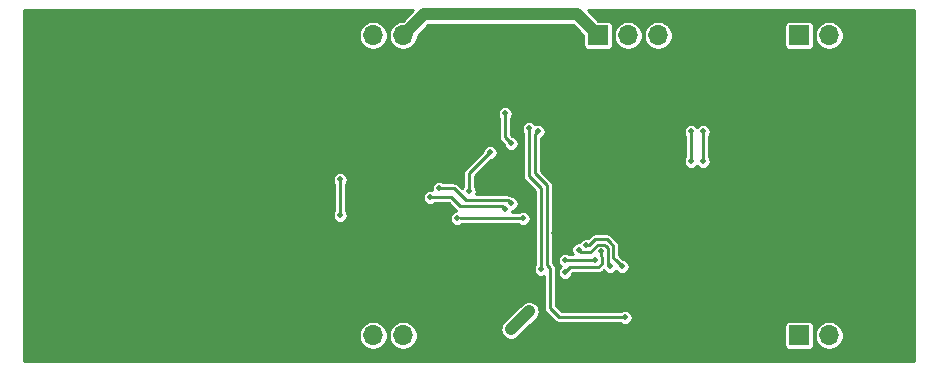
<source format=gbr>
G04 #@! TF.GenerationSoftware,KiCad,Pcbnew,5.1.5+dfsg1-2build2*
G04 #@! TF.CreationDate,2021-08-02T11:02:53-05:00*
G04 #@! TF.ProjectId,gpsdo,67707364-6f2e-46b6-9963-61645f706362,rev?*
G04 #@! TF.SameCoordinates,Original*
G04 #@! TF.FileFunction,Copper,L2,Bot*
G04 #@! TF.FilePolarity,Positive*
%FSLAX46Y46*%
G04 Gerber Fmt 4.6, Leading zero omitted, Abs format (unit mm)*
G04 Created by KiCad (PCBNEW 5.1.5+dfsg1-2build2) date 2021-08-02 11:02:53*
%MOMM*%
%LPD*%
G04 APERTURE LIST*
%ADD10O,1.700000X1.700000*%
%ADD11R,1.700000X1.700000*%
%ADD12R,0.950000X0.460000*%
%ADD13C,0.970000*%
%ADD14R,5.080000X2.420000*%
%ADD15C,0.800000*%
%ADD16C,0.508000*%
%ADD17C,1.016000*%
%ADD18C,0.254000*%
%ADD19C,0.250000*%
G04 APERTURE END LIST*
D10*
X82042000Y-27940000D03*
X79502000Y-27940000D03*
X76962000Y-27940000D03*
D11*
X74422000Y-27940000D03*
D10*
X99060000Y-27940000D03*
X96520000Y-27940000D03*
X93980000Y-27940000D03*
D11*
X91440000Y-27940000D03*
D10*
X99060000Y-53340000D03*
X96520000Y-53340000D03*
X93980000Y-53340000D03*
D11*
X91440000Y-53340000D03*
D10*
X57912000Y-53340000D03*
X55372000Y-53340000D03*
X52832000Y-53340000D03*
D11*
X50292000Y-53340000D03*
D10*
X57912000Y-27940000D03*
X55372000Y-27940000D03*
X52832000Y-27940000D03*
D11*
X50292000Y-27940000D03*
D12*
X95562000Y-35565000D03*
X95562000Y-44325000D03*
D13*
X95112000Y-35565000D03*
X95112000Y-44325000D03*
D14*
X98552000Y-35565000D03*
X98552000Y-44325000D03*
D15*
X70866000Y-44704000D03*
X72644000Y-50292000D03*
X74676000Y-50292000D03*
X73660000Y-50292000D03*
X36576000Y-44196000D03*
X37592000Y-44196000D03*
X37592000Y-43180000D03*
X36576000Y-43180000D03*
X33020000Y-40640000D03*
X34036000Y-40640000D03*
X34036000Y-45212000D03*
X35052000Y-45212000D03*
X33528000Y-38100000D03*
X42672000Y-35052000D03*
X42672000Y-36068000D03*
X60452000Y-36576000D03*
X59436000Y-36576000D03*
X92456000Y-33528000D03*
X93472000Y-33528000D03*
X76200000Y-31496000D03*
X77216000Y-31496000D03*
X87813229Y-38859633D03*
X87795928Y-41056777D03*
X77216000Y-53086000D03*
X70104000Y-28956000D03*
X66548000Y-28448000D03*
X67564000Y-28448000D03*
X65024000Y-28956000D03*
X70104000Y-34544000D03*
X65532000Y-34544000D03*
X65024000Y-53340000D03*
X73152000Y-36576000D03*
X74168000Y-36576000D03*
X57150000Y-46990000D03*
X62230000Y-46990000D03*
X53652068Y-46238601D03*
X58745200Y-46238601D03*
X63300289Y-37910543D03*
X52070000Y-47244000D03*
X48583396Y-46207299D03*
X53594000Y-36322000D03*
X57404000Y-36830000D03*
X84836000Y-52832000D03*
X84836000Y-51816000D03*
X92456000Y-49276000D03*
X92456000Y-50292000D03*
X89408000Y-43180000D03*
X81788000Y-45720000D03*
X75692000Y-44450000D03*
X77978000Y-45212000D03*
X84074000Y-44450000D03*
X59944000Y-30988000D03*
X67056000Y-52832000D03*
X68580000Y-51308000D03*
D16*
X66548000Y-34544000D03*
X67056000Y-37084000D03*
X62484000Y-43434000D03*
X68072000Y-43434000D03*
X63500000Y-41148000D03*
X65278000Y-37846000D03*
X52578000Y-43180000D03*
X52578000Y-40132000D03*
X71628000Y-46990000D03*
X74168000Y-46990000D03*
X82296000Y-36068000D03*
X82296000Y-38608000D03*
X71628000Y-48006000D03*
X74676000Y-46228000D03*
X83312000Y-36068000D03*
X83312000Y-38608000D03*
X60198000Y-41656000D03*
X66548000Y-42672000D03*
X72771000Y-46101000D03*
X75438000Y-47498000D03*
X67056000Y-42164000D03*
X60960000Y-40894000D03*
X73410000Y-45724000D03*
X76454000Y-47498000D03*
X68580000Y-35814000D03*
X69596000Y-47752000D03*
X69342000Y-36068000D03*
X76708000Y-51816000D03*
D17*
X67056000Y-52832000D02*
X68580000Y-51308000D01*
X73406000Y-26924000D02*
X74422000Y-27940000D01*
X72644000Y-26162000D02*
X73406000Y-26924000D01*
X59690000Y-26162000D02*
X72644000Y-26162000D01*
X57912000Y-27940000D02*
X59690000Y-26162000D01*
D18*
X66548000Y-36576000D02*
X67056000Y-37084000D01*
X66548000Y-34544000D02*
X66548000Y-36576000D01*
X67056000Y-43434000D02*
X67056000Y-43434000D01*
X67056000Y-43434000D02*
X67056000Y-43434000D01*
X62738000Y-43434000D02*
X67564000Y-43434000D01*
X67564000Y-43434000D02*
X68072000Y-43434000D01*
X63500000Y-41148000D02*
X63500000Y-39624000D01*
X63500000Y-39624000D02*
X65278000Y-37846000D01*
X65278000Y-37846000D02*
X65278000Y-37846000D01*
X52578000Y-43180000D02*
X52578000Y-40132000D01*
X52578000Y-40132000D02*
X52578000Y-40132000D01*
X71628000Y-46990000D02*
X73660000Y-46990000D01*
X73660000Y-46990000D02*
X73660000Y-46990000D01*
X73660000Y-46990000D02*
X74168000Y-46990000D01*
X82296000Y-36068000D02*
X82296000Y-38608000D01*
X82296000Y-38608000D02*
X82296000Y-38608000D01*
X74676000Y-46638118D02*
X74676000Y-46228000D01*
X74749001Y-46711119D02*
X74676000Y-46638118D01*
X74749001Y-47268881D02*
X74749001Y-46711119D01*
X74446881Y-47571001D02*
X74749001Y-47268881D01*
X72062999Y-47571001D02*
X74446881Y-47571001D01*
X71628000Y-48006000D02*
X72062999Y-47571001D01*
X83312000Y-36068000D02*
X83312000Y-38608000D01*
X83312000Y-38608000D02*
X83312000Y-38608000D01*
X61976000Y-41656000D02*
X62484000Y-42164000D01*
X60198000Y-41656000D02*
X61976000Y-41656000D01*
D19*
X62484000Y-42164000D02*
X62738000Y-42418000D01*
X66294001Y-42418001D02*
X66548000Y-42672000D01*
X62738000Y-42418000D02*
X66294001Y-42418001D01*
D18*
X74397119Y-45646999D02*
X74954881Y-45646999D01*
X73739117Y-46305001D02*
X74397119Y-45646999D01*
X72975001Y-46305001D02*
X73739117Y-46305001D01*
X72771000Y-46101000D02*
X72975001Y-46305001D01*
X74954881Y-45646999D02*
X75105941Y-45798059D01*
X75105941Y-45798059D02*
X75257001Y-45949119D01*
X75257001Y-45949119D02*
X75257001Y-46228000D01*
X75257001Y-46228000D02*
X75257001Y-47063001D01*
X75257001Y-47063001D02*
X75257001Y-47317001D01*
X75257001Y-47317001D02*
X75438000Y-47498000D01*
X75438000Y-47498000D02*
X75438000Y-47498000D01*
X62230000Y-40894000D02*
X62992000Y-41656000D01*
X60960000Y-40894000D02*
X62230000Y-40894000D01*
D19*
X62992000Y-41656000D02*
X63246000Y-41910000D01*
D18*
X66802001Y-41910001D02*
X67056000Y-42164000D01*
D19*
X63246000Y-41910000D02*
X66802001Y-41910001D01*
D18*
X73410000Y-45724000D02*
X73656000Y-45724000D01*
X75142938Y-45192989D02*
X75408891Y-45458942D01*
X74187011Y-45192989D02*
X75142938Y-45192989D01*
X73656000Y-45724000D02*
X74187011Y-45192989D01*
X75408891Y-45458942D02*
X75711011Y-45761062D01*
X75711011Y-45761062D02*
X75711011Y-46228000D01*
X75711011Y-46228000D02*
X75711011Y-46755011D01*
X75711011Y-46755011D02*
X75946000Y-46990000D01*
X75946000Y-46990000D02*
X75946000Y-46990000D01*
X75946000Y-46990000D02*
X76454000Y-47498000D01*
X69596000Y-40894000D02*
X69596000Y-47752000D01*
X68580000Y-39878000D02*
X69596000Y-40894000D01*
X68580000Y-35814000D02*
X68580000Y-39878000D01*
X69342000Y-36068000D02*
X69088000Y-36322000D01*
X69088000Y-36322000D02*
X69088000Y-39624000D01*
X69088000Y-39624000D02*
X70104000Y-40640000D01*
X70104000Y-47400118D02*
X70358000Y-47654118D01*
X70104000Y-40640000D02*
X70104000Y-47400118D01*
X70358000Y-47654118D02*
X70358000Y-51054000D01*
X71120000Y-51816000D02*
X76708000Y-51816000D01*
X70358000Y-51054000D02*
X71120000Y-51816000D01*
G36*
X57885765Y-26709000D02*
G01*
X57790757Y-26709000D01*
X57552931Y-26756307D01*
X57328903Y-26849102D01*
X57127283Y-26983820D01*
X56955820Y-27155283D01*
X56821102Y-27356903D01*
X56728307Y-27580931D01*
X56681000Y-27818757D01*
X56681000Y-28061243D01*
X56728307Y-28299069D01*
X56821102Y-28523097D01*
X56955820Y-28724717D01*
X57127283Y-28896180D01*
X57328903Y-29030898D01*
X57552931Y-29123693D01*
X57790757Y-29171000D01*
X58033243Y-29171000D01*
X58271069Y-29123693D01*
X58495097Y-29030898D01*
X58696717Y-28896180D01*
X58868180Y-28724717D01*
X59002898Y-28523097D01*
X59095693Y-28299069D01*
X59143000Y-28061243D01*
X59143000Y-27966235D01*
X60058236Y-27051000D01*
X72275765Y-27051000D01*
X72808259Y-27583495D01*
X72808264Y-27583499D01*
X73189157Y-27964392D01*
X73189157Y-28790000D01*
X73196513Y-28864689D01*
X73218299Y-28936508D01*
X73253678Y-29002696D01*
X73301289Y-29060711D01*
X73359304Y-29108322D01*
X73425492Y-29143701D01*
X73497311Y-29165487D01*
X73572000Y-29172843D01*
X75272000Y-29172843D01*
X75346689Y-29165487D01*
X75418508Y-29143701D01*
X75484696Y-29108322D01*
X75542711Y-29060711D01*
X75590322Y-29002696D01*
X75625701Y-28936508D01*
X75647487Y-28864689D01*
X75654843Y-28790000D01*
X75654843Y-27818757D01*
X75731000Y-27818757D01*
X75731000Y-28061243D01*
X75778307Y-28299069D01*
X75871102Y-28523097D01*
X76005820Y-28724717D01*
X76177283Y-28896180D01*
X76378903Y-29030898D01*
X76602931Y-29123693D01*
X76840757Y-29171000D01*
X77083243Y-29171000D01*
X77321069Y-29123693D01*
X77545097Y-29030898D01*
X77746717Y-28896180D01*
X77918180Y-28724717D01*
X78052898Y-28523097D01*
X78145693Y-28299069D01*
X78193000Y-28061243D01*
X78193000Y-27818757D01*
X78271000Y-27818757D01*
X78271000Y-28061243D01*
X78318307Y-28299069D01*
X78411102Y-28523097D01*
X78545820Y-28724717D01*
X78717283Y-28896180D01*
X78918903Y-29030898D01*
X79142931Y-29123693D01*
X79380757Y-29171000D01*
X79623243Y-29171000D01*
X79861069Y-29123693D01*
X80085097Y-29030898D01*
X80286717Y-28896180D01*
X80458180Y-28724717D01*
X80592898Y-28523097D01*
X80685693Y-28299069D01*
X80733000Y-28061243D01*
X80733000Y-27818757D01*
X80685693Y-27580931D01*
X80592898Y-27356903D01*
X80458180Y-27155283D01*
X80392897Y-27090000D01*
X90207157Y-27090000D01*
X90207157Y-28790000D01*
X90214513Y-28864689D01*
X90236299Y-28936508D01*
X90271678Y-29002696D01*
X90319289Y-29060711D01*
X90377304Y-29108322D01*
X90443492Y-29143701D01*
X90515311Y-29165487D01*
X90590000Y-29172843D01*
X92290000Y-29172843D01*
X92364689Y-29165487D01*
X92436508Y-29143701D01*
X92502696Y-29108322D01*
X92560711Y-29060711D01*
X92608322Y-29002696D01*
X92643701Y-28936508D01*
X92665487Y-28864689D01*
X92672843Y-28790000D01*
X92672843Y-27818757D01*
X92749000Y-27818757D01*
X92749000Y-28061243D01*
X92796307Y-28299069D01*
X92889102Y-28523097D01*
X93023820Y-28724717D01*
X93195283Y-28896180D01*
X93396903Y-29030898D01*
X93620931Y-29123693D01*
X93858757Y-29171000D01*
X94101243Y-29171000D01*
X94339069Y-29123693D01*
X94563097Y-29030898D01*
X94764717Y-28896180D01*
X94936180Y-28724717D01*
X95070898Y-28523097D01*
X95163693Y-28299069D01*
X95211000Y-28061243D01*
X95211000Y-27818757D01*
X95163693Y-27580931D01*
X95070898Y-27356903D01*
X94936180Y-27155283D01*
X94764717Y-26983820D01*
X94563097Y-26849102D01*
X94339069Y-26756307D01*
X94101243Y-26709000D01*
X93858757Y-26709000D01*
X93620931Y-26756307D01*
X93396903Y-26849102D01*
X93195283Y-26983820D01*
X93023820Y-27155283D01*
X92889102Y-27356903D01*
X92796307Y-27580931D01*
X92749000Y-27818757D01*
X92672843Y-27818757D01*
X92672843Y-27090000D01*
X92665487Y-27015311D01*
X92643701Y-26943492D01*
X92608322Y-26877304D01*
X92560711Y-26819289D01*
X92502696Y-26771678D01*
X92436508Y-26736299D01*
X92364689Y-26714513D01*
X92290000Y-26707157D01*
X90590000Y-26707157D01*
X90515311Y-26714513D01*
X90443492Y-26736299D01*
X90377304Y-26771678D01*
X90319289Y-26819289D01*
X90271678Y-26877304D01*
X90236299Y-26943492D01*
X90214513Y-27015311D01*
X90207157Y-27090000D01*
X80392897Y-27090000D01*
X80286717Y-26983820D01*
X80085097Y-26849102D01*
X79861069Y-26756307D01*
X79623243Y-26709000D01*
X79380757Y-26709000D01*
X79142931Y-26756307D01*
X78918903Y-26849102D01*
X78717283Y-26983820D01*
X78545820Y-27155283D01*
X78411102Y-27356903D01*
X78318307Y-27580931D01*
X78271000Y-27818757D01*
X78193000Y-27818757D01*
X78145693Y-27580931D01*
X78052898Y-27356903D01*
X77918180Y-27155283D01*
X77746717Y-26983820D01*
X77545097Y-26849102D01*
X77321069Y-26756307D01*
X77083243Y-26709000D01*
X76840757Y-26709000D01*
X76602931Y-26756307D01*
X76378903Y-26849102D01*
X76177283Y-26983820D01*
X76005820Y-27155283D01*
X75871102Y-27356903D01*
X75778307Y-27580931D01*
X75731000Y-27818757D01*
X75654843Y-27818757D01*
X75654843Y-27090000D01*
X75647487Y-27015311D01*
X75625701Y-26943492D01*
X75590322Y-26877304D01*
X75542711Y-26819289D01*
X75484696Y-26771678D01*
X75418508Y-26736299D01*
X75346689Y-26714513D01*
X75272000Y-26707157D01*
X74446392Y-26707157D01*
X74065499Y-26326264D01*
X74065495Y-26326259D01*
X73545235Y-25806000D01*
X101194000Y-25806000D01*
X101194001Y-55474000D01*
X25806000Y-55474000D01*
X25806000Y-53218757D01*
X54141000Y-53218757D01*
X54141000Y-53461243D01*
X54188307Y-53699069D01*
X54281102Y-53923097D01*
X54415820Y-54124717D01*
X54587283Y-54296180D01*
X54788903Y-54430898D01*
X55012931Y-54523693D01*
X55250757Y-54571000D01*
X55493243Y-54571000D01*
X55731069Y-54523693D01*
X55955097Y-54430898D01*
X56156717Y-54296180D01*
X56328180Y-54124717D01*
X56462898Y-53923097D01*
X56555693Y-53699069D01*
X56603000Y-53461243D01*
X56603000Y-53218757D01*
X56681000Y-53218757D01*
X56681000Y-53461243D01*
X56728307Y-53699069D01*
X56821102Y-53923097D01*
X56955820Y-54124717D01*
X57127283Y-54296180D01*
X57328903Y-54430898D01*
X57552931Y-54523693D01*
X57790757Y-54571000D01*
X58033243Y-54571000D01*
X58271069Y-54523693D01*
X58495097Y-54430898D01*
X58696717Y-54296180D01*
X58868180Y-54124717D01*
X59002898Y-53923097D01*
X59095693Y-53699069D01*
X59143000Y-53461243D01*
X59143000Y-53218757D01*
X59095693Y-52980931D01*
X59034005Y-52832000D01*
X66162700Y-52832000D01*
X66179864Y-53006274D01*
X66230698Y-53173852D01*
X66313248Y-53328291D01*
X66424341Y-53463659D01*
X66559709Y-53574752D01*
X66714148Y-53657302D01*
X66881726Y-53708136D01*
X67056000Y-53725300D01*
X67230274Y-53708136D01*
X67397852Y-53657302D01*
X67552291Y-53574752D01*
X67653740Y-53491495D01*
X68655235Y-52490000D01*
X90207157Y-52490000D01*
X90207157Y-54190000D01*
X90214513Y-54264689D01*
X90236299Y-54336508D01*
X90271678Y-54402696D01*
X90319289Y-54460711D01*
X90377304Y-54508322D01*
X90443492Y-54543701D01*
X90515311Y-54565487D01*
X90590000Y-54572843D01*
X92290000Y-54572843D01*
X92364689Y-54565487D01*
X92436508Y-54543701D01*
X92502696Y-54508322D01*
X92560711Y-54460711D01*
X92608322Y-54402696D01*
X92643701Y-54336508D01*
X92665487Y-54264689D01*
X92672843Y-54190000D01*
X92672843Y-53218757D01*
X92749000Y-53218757D01*
X92749000Y-53461243D01*
X92796307Y-53699069D01*
X92889102Y-53923097D01*
X93023820Y-54124717D01*
X93195283Y-54296180D01*
X93396903Y-54430898D01*
X93620931Y-54523693D01*
X93858757Y-54571000D01*
X94101243Y-54571000D01*
X94339069Y-54523693D01*
X94563097Y-54430898D01*
X94764717Y-54296180D01*
X94936180Y-54124717D01*
X95070898Y-53923097D01*
X95163693Y-53699069D01*
X95211000Y-53461243D01*
X95211000Y-53218757D01*
X95163693Y-52980931D01*
X95070898Y-52756903D01*
X94936180Y-52555283D01*
X94764717Y-52383820D01*
X94563097Y-52249102D01*
X94339069Y-52156307D01*
X94101243Y-52109000D01*
X93858757Y-52109000D01*
X93620931Y-52156307D01*
X93396903Y-52249102D01*
X93195283Y-52383820D01*
X93023820Y-52555283D01*
X92889102Y-52756903D01*
X92796307Y-52980931D01*
X92749000Y-53218757D01*
X92672843Y-53218757D01*
X92672843Y-52490000D01*
X92665487Y-52415311D01*
X92643701Y-52343492D01*
X92608322Y-52277304D01*
X92560711Y-52219289D01*
X92502696Y-52171678D01*
X92436508Y-52136299D01*
X92364689Y-52114513D01*
X92290000Y-52107157D01*
X90590000Y-52107157D01*
X90515311Y-52114513D01*
X90443492Y-52136299D01*
X90377304Y-52171678D01*
X90319289Y-52219289D01*
X90271678Y-52277304D01*
X90236299Y-52343492D01*
X90214513Y-52415311D01*
X90207157Y-52490000D01*
X68655235Y-52490000D01*
X69239494Y-51905742D01*
X69322751Y-51804292D01*
X69405302Y-51649853D01*
X69456136Y-51482276D01*
X69473300Y-51308001D01*
X69456136Y-51133726D01*
X69405302Y-50966149D01*
X69322751Y-50811709D01*
X69211658Y-50676342D01*
X69076291Y-50565249D01*
X68921851Y-50482698D01*
X68754274Y-50431864D01*
X68579999Y-50414700D01*
X68405724Y-50431864D01*
X68238147Y-50482698D01*
X68083708Y-50565249D01*
X67982258Y-50648506D01*
X66396505Y-52234260D01*
X66313248Y-52335709D01*
X66230698Y-52490148D01*
X66179864Y-52657726D01*
X66162700Y-52832000D01*
X59034005Y-52832000D01*
X59002898Y-52756903D01*
X58868180Y-52555283D01*
X58696717Y-52383820D01*
X58495097Y-52249102D01*
X58271069Y-52156307D01*
X58033243Y-52109000D01*
X57790757Y-52109000D01*
X57552931Y-52156307D01*
X57328903Y-52249102D01*
X57127283Y-52383820D01*
X56955820Y-52555283D01*
X56821102Y-52756903D01*
X56728307Y-52980931D01*
X56681000Y-53218757D01*
X56603000Y-53218757D01*
X56555693Y-52980931D01*
X56462898Y-52756903D01*
X56328180Y-52555283D01*
X56156717Y-52383820D01*
X55955097Y-52249102D01*
X55731069Y-52156307D01*
X55493243Y-52109000D01*
X55250757Y-52109000D01*
X55012931Y-52156307D01*
X54788903Y-52249102D01*
X54587283Y-52383820D01*
X54415820Y-52555283D01*
X54281102Y-52756903D01*
X54188307Y-52980931D01*
X54141000Y-53218757D01*
X25806000Y-53218757D01*
X25806000Y-40069458D01*
X51943000Y-40069458D01*
X51943000Y-40194542D01*
X51967403Y-40317223D01*
X52015271Y-40432785D01*
X52070001Y-40514694D01*
X52070000Y-42797307D01*
X52015271Y-42879215D01*
X51967403Y-42994777D01*
X51943000Y-43117458D01*
X51943000Y-43242542D01*
X51967403Y-43365223D01*
X52015271Y-43480785D01*
X52084764Y-43584789D01*
X52173211Y-43673236D01*
X52277215Y-43742729D01*
X52392777Y-43790597D01*
X52515458Y-43815000D01*
X52640542Y-43815000D01*
X52763223Y-43790597D01*
X52878785Y-43742729D01*
X52982789Y-43673236D01*
X53071236Y-43584789D01*
X53140729Y-43480785D01*
X53188597Y-43365223D01*
X53213000Y-43242542D01*
X53213000Y-43117458D01*
X53188597Y-42994777D01*
X53140729Y-42879215D01*
X53086000Y-42797307D01*
X53086000Y-41593458D01*
X59563000Y-41593458D01*
X59563000Y-41718542D01*
X59587403Y-41841223D01*
X59635271Y-41956785D01*
X59704764Y-42060789D01*
X59793211Y-42149236D01*
X59897215Y-42218729D01*
X60012777Y-42266597D01*
X60135458Y-42291000D01*
X60260542Y-42291000D01*
X60383223Y-42266597D01*
X60498785Y-42218729D01*
X60580693Y-42164000D01*
X61765580Y-42164000D01*
X62142429Y-42540850D01*
X62158211Y-42553802D01*
X62362628Y-42758219D01*
X62378473Y-42777526D01*
X62407920Y-42801693D01*
X62298777Y-42823403D01*
X62183215Y-42871271D01*
X62079211Y-42940764D01*
X61990764Y-43029211D01*
X61921271Y-43133215D01*
X61873403Y-43248777D01*
X61849000Y-43371458D01*
X61849000Y-43496542D01*
X61873403Y-43619223D01*
X61921271Y-43734785D01*
X61990764Y-43838789D01*
X62079211Y-43927236D01*
X62183215Y-43996729D01*
X62298777Y-44044597D01*
X62421458Y-44069000D01*
X62546542Y-44069000D01*
X62669223Y-44044597D01*
X62784785Y-43996729D01*
X62866693Y-43942000D01*
X67689307Y-43942000D01*
X67771215Y-43996729D01*
X67886777Y-44044597D01*
X68009458Y-44069000D01*
X68134542Y-44069000D01*
X68257223Y-44044597D01*
X68372785Y-43996729D01*
X68476789Y-43927236D01*
X68565236Y-43838789D01*
X68634729Y-43734785D01*
X68682597Y-43619223D01*
X68707000Y-43496542D01*
X68707000Y-43371458D01*
X68682597Y-43248777D01*
X68634729Y-43133215D01*
X68565236Y-43029211D01*
X68476789Y-42940764D01*
X68372785Y-42871271D01*
X68257223Y-42823403D01*
X68134542Y-42799000D01*
X68009458Y-42799000D01*
X67886777Y-42823403D01*
X67771215Y-42871271D01*
X67689307Y-42926000D01*
X67130108Y-42926000D01*
X67158597Y-42857223D01*
X67172306Y-42788306D01*
X67241223Y-42774597D01*
X67356785Y-42726729D01*
X67460789Y-42657236D01*
X67549236Y-42568789D01*
X67618729Y-42464785D01*
X67666597Y-42349223D01*
X67691000Y-42226542D01*
X67691000Y-42101458D01*
X67666597Y-41978777D01*
X67618729Y-41863215D01*
X67549236Y-41759211D01*
X67460789Y-41670764D01*
X67356785Y-41601271D01*
X67241223Y-41553403D01*
X67144604Y-41534184D01*
X67143571Y-41533151D01*
X67085596Y-41485572D01*
X66997344Y-41438401D01*
X66901585Y-41409353D01*
X66802001Y-41399544D01*
X66756742Y-41404002D01*
X64081280Y-41404000D01*
X64110597Y-41333223D01*
X64135000Y-41210542D01*
X64135000Y-41085458D01*
X64110597Y-40962777D01*
X64062729Y-40847215D01*
X64008000Y-40765307D01*
X64008000Y-39834420D01*
X65366604Y-38475816D01*
X65463223Y-38456597D01*
X65578785Y-38408729D01*
X65682789Y-38339236D01*
X65771236Y-38250789D01*
X65840729Y-38146785D01*
X65888597Y-38031223D01*
X65913000Y-37908542D01*
X65913000Y-37783458D01*
X65888597Y-37660777D01*
X65840729Y-37545215D01*
X65771236Y-37441211D01*
X65682789Y-37352764D01*
X65578785Y-37283271D01*
X65463223Y-37235403D01*
X65340542Y-37211000D01*
X65215458Y-37211000D01*
X65092777Y-37235403D01*
X64977215Y-37283271D01*
X64873211Y-37352764D01*
X64784764Y-37441211D01*
X64715271Y-37545215D01*
X64667403Y-37660777D01*
X64648184Y-37757396D01*
X63158430Y-39247150D01*
X63139053Y-39263052D01*
X63123151Y-39282429D01*
X63123150Y-39282430D01*
X63075571Y-39340405D01*
X63028400Y-39428657D01*
X63001586Y-39517053D01*
X62999352Y-39524416D01*
X62989543Y-39624000D01*
X62992001Y-39648954D01*
X62992000Y-40765307D01*
X62937271Y-40847215D01*
X62926833Y-40872413D01*
X62606855Y-40552435D01*
X62590948Y-40533052D01*
X62513595Y-40469571D01*
X62425343Y-40422399D01*
X62329585Y-40393351D01*
X62254947Y-40386000D01*
X62254944Y-40386000D01*
X62230000Y-40383543D01*
X62205056Y-40386000D01*
X61342693Y-40386000D01*
X61260785Y-40331271D01*
X61145223Y-40283403D01*
X61022542Y-40259000D01*
X60897458Y-40259000D01*
X60774777Y-40283403D01*
X60659215Y-40331271D01*
X60555211Y-40400764D01*
X60466764Y-40489211D01*
X60397271Y-40593215D01*
X60349403Y-40708777D01*
X60325000Y-40831458D01*
X60325000Y-40956542D01*
X60341005Y-41037005D01*
X60260542Y-41021000D01*
X60135458Y-41021000D01*
X60012777Y-41045403D01*
X59897215Y-41093271D01*
X59793211Y-41162764D01*
X59704764Y-41251211D01*
X59635271Y-41355215D01*
X59587403Y-41470777D01*
X59563000Y-41593458D01*
X53086000Y-41593458D01*
X53086000Y-40514693D01*
X53140729Y-40432785D01*
X53188597Y-40317223D01*
X53213000Y-40194542D01*
X53213000Y-40069458D01*
X53188597Y-39946777D01*
X53140729Y-39831215D01*
X53071236Y-39727211D01*
X52982789Y-39638764D01*
X52878785Y-39569271D01*
X52763223Y-39521403D01*
X52640542Y-39497000D01*
X52515458Y-39497000D01*
X52392777Y-39521403D01*
X52277215Y-39569271D01*
X52173211Y-39638764D01*
X52084764Y-39727211D01*
X52015271Y-39831215D01*
X51967403Y-39946777D01*
X51943000Y-40069458D01*
X25806000Y-40069458D01*
X25806000Y-34481458D01*
X65913000Y-34481458D01*
X65913000Y-34606542D01*
X65937403Y-34729223D01*
X65985271Y-34844785D01*
X66040000Y-34926693D01*
X66040001Y-36551046D01*
X66037543Y-36576000D01*
X66042934Y-36630729D01*
X66047352Y-36675585D01*
X66067629Y-36742429D01*
X66076400Y-36771343D01*
X66123571Y-36859595D01*
X66155727Y-36898777D01*
X66187053Y-36936948D01*
X66206430Y-36952850D01*
X66426184Y-37172605D01*
X66445403Y-37269223D01*
X66493271Y-37384785D01*
X66562764Y-37488789D01*
X66651211Y-37577236D01*
X66755215Y-37646729D01*
X66870777Y-37694597D01*
X66993458Y-37719000D01*
X67118542Y-37719000D01*
X67241223Y-37694597D01*
X67356785Y-37646729D01*
X67460789Y-37577236D01*
X67549236Y-37488789D01*
X67618729Y-37384785D01*
X67666597Y-37269223D01*
X67691000Y-37146542D01*
X67691000Y-37021458D01*
X67666597Y-36898777D01*
X67618729Y-36783215D01*
X67549236Y-36679211D01*
X67460789Y-36590764D01*
X67356785Y-36521271D01*
X67241223Y-36473403D01*
X67144605Y-36454184D01*
X67056000Y-36365580D01*
X67056000Y-35751458D01*
X67945000Y-35751458D01*
X67945000Y-35876542D01*
X67969403Y-35999223D01*
X68017271Y-36114785D01*
X68072000Y-36196693D01*
X68072001Y-39853046D01*
X68069543Y-39878000D01*
X68075321Y-39936657D01*
X68079352Y-39977585D01*
X68108400Y-40073343D01*
X68155571Y-40161595D01*
X68182610Y-40194542D01*
X68219053Y-40238948D01*
X68238430Y-40254850D01*
X69088000Y-41104421D01*
X69088001Y-47369306D01*
X69033271Y-47451215D01*
X68985403Y-47566777D01*
X68961000Y-47689458D01*
X68961000Y-47814542D01*
X68985403Y-47937223D01*
X69033271Y-48052785D01*
X69102764Y-48156789D01*
X69191211Y-48245236D01*
X69295215Y-48314729D01*
X69410777Y-48362597D01*
X69533458Y-48387000D01*
X69658542Y-48387000D01*
X69781223Y-48362597D01*
X69850000Y-48334108D01*
X69850001Y-51029046D01*
X69847543Y-51054000D01*
X69855396Y-51133726D01*
X69857352Y-51153585D01*
X69873071Y-51205403D01*
X69886400Y-51249343D01*
X69933571Y-51337595D01*
X69977868Y-51391571D01*
X69997053Y-51414948D01*
X70016430Y-51430850D01*
X70743145Y-52157565D01*
X70759052Y-52176948D01*
X70836405Y-52240429D01*
X70924657Y-52287601D01*
X71020415Y-52316649D01*
X71095053Y-52324000D01*
X71095056Y-52324000D01*
X71120000Y-52326457D01*
X71144944Y-52324000D01*
X76325307Y-52324000D01*
X76407215Y-52378729D01*
X76522777Y-52426597D01*
X76645458Y-52451000D01*
X76770542Y-52451000D01*
X76893223Y-52426597D01*
X77008785Y-52378729D01*
X77112789Y-52309236D01*
X77201236Y-52220789D01*
X77270729Y-52116785D01*
X77318597Y-52001223D01*
X77343000Y-51878542D01*
X77343000Y-51753458D01*
X77318597Y-51630777D01*
X77270729Y-51515215D01*
X77201236Y-51411211D01*
X77112789Y-51322764D01*
X77008785Y-51253271D01*
X76893223Y-51205403D01*
X76770542Y-51181000D01*
X76645458Y-51181000D01*
X76522777Y-51205403D01*
X76407215Y-51253271D01*
X76325307Y-51308000D01*
X71330420Y-51308000D01*
X70866000Y-50843580D01*
X70866000Y-47679061D01*
X70868457Y-47654117D01*
X70863246Y-47601211D01*
X70858649Y-47554533D01*
X70829601Y-47458775D01*
X70782429Y-47370523D01*
X70718948Y-47293170D01*
X70699565Y-47277263D01*
X70612000Y-47189698D01*
X70612000Y-46927458D01*
X70993000Y-46927458D01*
X70993000Y-47052542D01*
X71017403Y-47175223D01*
X71065271Y-47290785D01*
X71134764Y-47394789D01*
X71223211Y-47483236D01*
X71245307Y-47498000D01*
X71223211Y-47512764D01*
X71134764Y-47601211D01*
X71065271Y-47705215D01*
X71017403Y-47820777D01*
X70993000Y-47943458D01*
X70993000Y-48068542D01*
X71017403Y-48191223D01*
X71065271Y-48306785D01*
X71134764Y-48410789D01*
X71223211Y-48499236D01*
X71327215Y-48568729D01*
X71442777Y-48616597D01*
X71565458Y-48641000D01*
X71690542Y-48641000D01*
X71813223Y-48616597D01*
X71928785Y-48568729D01*
X72032789Y-48499236D01*
X72121236Y-48410789D01*
X72190729Y-48306785D01*
X72238597Y-48191223D01*
X72257816Y-48094605D01*
X72273420Y-48079001D01*
X74421937Y-48079001D01*
X74446881Y-48081458D01*
X74471825Y-48079001D01*
X74471828Y-48079001D01*
X74546466Y-48071650D01*
X74642224Y-48042602D01*
X74730476Y-47995430D01*
X74807829Y-47931949D01*
X74823736Y-47912566D01*
X74900203Y-47836099D01*
X74944764Y-47902789D01*
X75033211Y-47991236D01*
X75137215Y-48060729D01*
X75252777Y-48108597D01*
X75375458Y-48133000D01*
X75500542Y-48133000D01*
X75623223Y-48108597D01*
X75738785Y-48060729D01*
X75842789Y-47991236D01*
X75931236Y-47902789D01*
X75946000Y-47880693D01*
X75960764Y-47902789D01*
X76049211Y-47991236D01*
X76153215Y-48060729D01*
X76268777Y-48108597D01*
X76391458Y-48133000D01*
X76516542Y-48133000D01*
X76639223Y-48108597D01*
X76754785Y-48060729D01*
X76858789Y-47991236D01*
X76947236Y-47902789D01*
X77016729Y-47798785D01*
X77064597Y-47683223D01*
X77089000Y-47560542D01*
X77089000Y-47435458D01*
X77064597Y-47312777D01*
X77016729Y-47197215D01*
X76947236Y-47093211D01*
X76858789Y-47004764D01*
X76754785Y-46935271D01*
X76639223Y-46887403D01*
X76542605Y-46868184D01*
X76322855Y-46648434D01*
X76306948Y-46629052D01*
X76287560Y-46613141D01*
X76219011Y-46544592D01*
X76219011Y-45786005D01*
X76221468Y-45761061D01*
X76218148Y-45727351D01*
X76211660Y-45661477D01*
X76182612Y-45565719D01*
X76162802Y-45528657D01*
X76135440Y-45477466D01*
X76102322Y-45437112D01*
X76071959Y-45400114D01*
X76052576Y-45384207D01*
X75519793Y-44851424D01*
X75503886Y-44832041D01*
X75426533Y-44768560D01*
X75338281Y-44721388D01*
X75242523Y-44692340D01*
X75167885Y-44684989D01*
X75167882Y-44684989D01*
X75142938Y-44682532D01*
X75117994Y-44684989D01*
X74211955Y-44684989D01*
X74187011Y-44682532D01*
X74162067Y-44684989D01*
X74162064Y-44684989D01*
X74087426Y-44692340D01*
X73991668Y-44721388D01*
X73950587Y-44743346D01*
X73903415Y-44768560D01*
X73848821Y-44813365D01*
X73826063Y-44832041D01*
X73810160Y-44851419D01*
X73555982Y-45105597D01*
X73472542Y-45089000D01*
X73347458Y-45089000D01*
X73224777Y-45113403D01*
X73109215Y-45161271D01*
X73005211Y-45230764D01*
X72916764Y-45319211D01*
X72847271Y-45423215D01*
X72829549Y-45466000D01*
X72708458Y-45466000D01*
X72585777Y-45490403D01*
X72470215Y-45538271D01*
X72366211Y-45607764D01*
X72277764Y-45696211D01*
X72208271Y-45800215D01*
X72160403Y-45915777D01*
X72136000Y-46038458D01*
X72136000Y-46163542D01*
X72160403Y-46286223D01*
X72208271Y-46401785D01*
X72261869Y-46482000D01*
X72010693Y-46482000D01*
X71928785Y-46427271D01*
X71813223Y-46379403D01*
X71690542Y-46355000D01*
X71565458Y-46355000D01*
X71442777Y-46379403D01*
X71327215Y-46427271D01*
X71223211Y-46496764D01*
X71134764Y-46585211D01*
X71065271Y-46689215D01*
X71017403Y-46804777D01*
X70993000Y-46927458D01*
X70612000Y-46927458D01*
X70612000Y-40664944D01*
X70614457Y-40640000D01*
X70609849Y-40593215D01*
X70604649Y-40540415D01*
X70575601Y-40444657D01*
X70540319Y-40378649D01*
X70528429Y-40356404D01*
X70480850Y-40298429D01*
X70464948Y-40279052D01*
X70445571Y-40263150D01*
X69596000Y-39413580D01*
X69596000Y-36650108D01*
X69642785Y-36630729D01*
X69746789Y-36561236D01*
X69835236Y-36472789D01*
X69904729Y-36368785D01*
X69952597Y-36253223D01*
X69977000Y-36130542D01*
X69977000Y-36005458D01*
X81661000Y-36005458D01*
X81661000Y-36130542D01*
X81685403Y-36253223D01*
X81733271Y-36368785D01*
X81788000Y-36450693D01*
X81788001Y-38225306D01*
X81733271Y-38307215D01*
X81685403Y-38422777D01*
X81661000Y-38545458D01*
X81661000Y-38670542D01*
X81685403Y-38793223D01*
X81733271Y-38908785D01*
X81802764Y-39012789D01*
X81891211Y-39101236D01*
X81995215Y-39170729D01*
X82110777Y-39218597D01*
X82233458Y-39243000D01*
X82358542Y-39243000D01*
X82481223Y-39218597D01*
X82596785Y-39170729D01*
X82700789Y-39101236D01*
X82789236Y-39012789D01*
X82804000Y-38990693D01*
X82818764Y-39012789D01*
X82907211Y-39101236D01*
X83011215Y-39170729D01*
X83126777Y-39218597D01*
X83249458Y-39243000D01*
X83374542Y-39243000D01*
X83497223Y-39218597D01*
X83612785Y-39170729D01*
X83716789Y-39101236D01*
X83805236Y-39012789D01*
X83874729Y-38908785D01*
X83922597Y-38793223D01*
X83947000Y-38670542D01*
X83947000Y-38545458D01*
X83922597Y-38422777D01*
X83874729Y-38307215D01*
X83820000Y-38225307D01*
X83820000Y-36450693D01*
X83874729Y-36368785D01*
X83922597Y-36253223D01*
X83947000Y-36130542D01*
X83947000Y-36005458D01*
X83922597Y-35882777D01*
X83874729Y-35767215D01*
X83805236Y-35663211D01*
X83716789Y-35574764D01*
X83612785Y-35505271D01*
X83497223Y-35457403D01*
X83374542Y-35433000D01*
X83249458Y-35433000D01*
X83126777Y-35457403D01*
X83011215Y-35505271D01*
X82907211Y-35574764D01*
X82818764Y-35663211D01*
X82804000Y-35685307D01*
X82789236Y-35663211D01*
X82700789Y-35574764D01*
X82596785Y-35505271D01*
X82481223Y-35457403D01*
X82358542Y-35433000D01*
X82233458Y-35433000D01*
X82110777Y-35457403D01*
X81995215Y-35505271D01*
X81891211Y-35574764D01*
X81802764Y-35663211D01*
X81733271Y-35767215D01*
X81685403Y-35882777D01*
X81661000Y-36005458D01*
X69977000Y-36005458D01*
X69952597Y-35882777D01*
X69904729Y-35767215D01*
X69835236Y-35663211D01*
X69746789Y-35574764D01*
X69642785Y-35505271D01*
X69527223Y-35457403D01*
X69404542Y-35433000D01*
X69279458Y-35433000D01*
X69156777Y-35457403D01*
X69116566Y-35474059D01*
X69073236Y-35409211D01*
X68984789Y-35320764D01*
X68880785Y-35251271D01*
X68765223Y-35203403D01*
X68642542Y-35179000D01*
X68517458Y-35179000D01*
X68394777Y-35203403D01*
X68279215Y-35251271D01*
X68175211Y-35320764D01*
X68086764Y-35409211D01*
X68017271Y-35513215D01*
X67969403Y-35628777D01*
X67945000Y-35751458D01*
X67056000Y-35751458D01*
X67056000Y-34926693D01*
X67110729Y-34844785D01*
X67158597Y-34729223D01*
X67183000Y-34606542D01*
X67183000Y-34481458D01*
X67158597Y-34358777D01*
X67110729Y-34243215D01*
X67041236Y-34139211D01*
X66952789Y-34050764D01*
X66848785Y-33981271D01*
X66733223Y-33933403D01*
X66610542Y-33909000D01*
X66485458Y-33909000D01*
X66362777Y-33933403D01*
X66247215Y-33981271D01*
X66143211Y-34050764D01*
X66054764Y-34139211D01*
X65985271Y-34243215D01*
X65937403Y-34358777D01*
X65913000Y-34481458D01*
X25806000Y-34481458D01*
X25806000Y-27818757D01*
X54141000Y-27818757D01*
X54141000Y-28061243D01*
X54188307Y-28299069D01*
X54281102Y-28523097D01*
X54415820Y-28724717D01*
X54587283Y-28896180D01*
X54788903Y-29030898D01*
X55012931Y-29123693D01*
X55250757Y-29171000D01*
X55493243Y-29171000D01*
X55731069Y-29123693D01*
X55955097Y-29030898D01*
X56156717Y-28896180D01*
X56328180Y-28724717D01*
X56462898Y-28523097D01*
X56555693Y-28299069D01*
X56603000Y-28061243D01*
X56603000Y-27818757D01*
X56555693Y-27580931D01*
X56462898Y-27356903D01*
X56328180Y-27155283D01*
X56156717Y-26983820D01*
X55955097Y-26849102D01*
X55731069Y-26756307D01*
X55493243Y-26709000D01*
X55250757Y-26709000D01*
X55012931Y-26756307D01*
X54788903Y-26849102D01*
X54587283Y-26983820D01*
X54415820Y-27155283D01*
X54281102Y-27356903D01*
X54188307Y-27580931D01*
X54141000Y-27818757D01*
X25806000Y-27818757D01*
X25806000Y-25806000D01*
X58788764Y-25806000D01*
X57885765Y-26709000D01*
G37*
X57885765Y-26709000D02*
X57790757Y-26709000D01*
X57552931Y-26756307D01*
X57328903Y-26849102D01*
X57127283Y-26983820D01*
X56955820Y-27155283D01*
X56821102Y-27356903D01*
X56728307Y-27580931D01*
X56681000Y-27818757D01*
X56681000Y-28061243D01*
X56728307Y-28299069D01*
X56821102Y-28523097D01*
X56955820Y-28724717D01*
X57127283Y-28896180D01*
X57328903Y-29030898D01*
X57552931Y-29123693D01*
X57790757Y-29171000D01*
X58033243Y-29171000D01*
X58271069Y-29123693D01*
X58495097Y-29030898D01*
X58696717Y-28896180D01*
X58868180Y-28724717D01*
X59002898Y-28523097D01*
X59095693Y-28299069D01*
X59143000Y-28061243D01*
X59143000Y-27966235D01*
X60058236Y-27051000D01*
X72275765Y-27051000D01*
X72808259Y-27583495D01*
X72808264Y-27583499D01*
X73189157Y-27964392D01*
X73189157Y-28790000D01*
X73196513Y-28864689D01*
X73218299Y-28936508D01*
X73253678Y-29002696D01*
X73301289Y-29060711D01*
X73359304Y-29108322D01*
X73425492Y-29143701D01*
X73497311Y-29165487D01*
X73572000Y-29172843D01*
X75272000Y-29172843D01*
X75346689Y-29165487D01*
X75418508Y-29143701D01*
X75484696Y-29108322D01*
X75542711Y-29060711D01*
X75590322Y-29002696D01*
X75625701Y-28936508D01*
X75647487Y-28864689D01*
X75654843Y-28790000D01*
X75654843Y-27818757D01*
X75731000Y-27818757D01*
X75731000Y-28061243D01*
X75778307Y-28299069D01*
X75871102Y-28523097D01*
X76005820Y-28724717D01*
X76177283Y-28896180D01*
X76378903Y-29030898D01*
X76602931Y-29123693D01*
X76840757Y-29171000D01*
X77083243Y-29171000D01*
X77321069Y-29123693D01*
X77545097Y-29030898D01*
X77746717Y-28896180D01*
X77918180Y-28724717D01*
X78052898Y-28523097D01*
X78145693Y-28299069D01*
X78193000Y-28061243D01*
X78193000Y-27818757D01*
X78271000Y-27818757D01*
X78271000Y-28061243D01*
X78318307Y-28299069D01*
X78411102Y-28523097D01*
X78545820Y-28724717D01*
X78717283Y-28896180D01*
X78918903Y-29030898D01*
X79142931Y-29123693D01*
X79380757Y-29171000D01*
X79623243Y-29171000D01*
X79861069Y-29123693D01*
X80085097Y-29030898D01*
X80286717Y-28896180D01*
X80458180Y-28724717D01*
X80592898Y-28523097D01*
X80685693Y-28299069D01*
X80733000Y-28061243D01*
X80733000Y-27818757D01*
X80685693Y-27580931D01*
X80592898Y-27356903D01*
X80458180Y-27155283D01*
X80392897Y-27090000D01*
X90207157Y-27090000D01*
X90207157Y-28790000D01*
X90214513Y-28864689D01*
X90236299Y-28936508D01*
X90271678Y-29002696D01*
X90319289Y-29060711D01*
X90377304Y-29108322D01*
X90443492Y-29143701D01*
X90515311Y-29165487D01*
X90590000Y-29172843D01*
X92290000Y-29172843D01*
X92364689Y-29165487D01*
X92436508Y-29143701D01*
X92502696Y-29108322D01*
X92560711Y-29060711D01*
X92608322Y-29002696D01*
X92643701Y-28936508D01*
X92665487Y-28864689D01*
X92672843Y-28790000D01*
X92672843Y-27818757D01*
X92749000Y-27818757D01*
X92749000Y-28061243D01*
X92796307Y-28299069D01*
X92889102Y-28523097D01*
X93023820Y-28724717D01*
X93195283Y-28896180D01*
X93396903Y-29030898D01*
X93620931Y-29123693D01*
X93858757Y-29171000D01*
X94101243Y-29171000D01*
X94339069Y-29123693D01*
X94563097Y-29030898D01*
X94764717Y-28896180D01*
X94936180Y-28724717D01*
X95070898Y-28523097D01*
X95163693Y-28299069D01*
X95211000Y-28061243D01*
X95211000Y-27818757D01*
X95163693Y-27580931D01*
X95070898Y-27356903D01*
X94936180Y-27155283D01*
X94764717Y-26983820D01*
X94563097Y-26849102D01*
X94339069Y-26756307D01*
X94101243Y-26709000D01*
X93858757Y-26709000D01*
X93620931Y-26756307D01*
X93396903Y-26849102D01*
X93195283Y-26983820D01*
X93023820Y-27155283D01*
X92889102Y-27356903D01*
X92796307Y-27580931D01*
X92749000Y-27818757D01*
X92672843Y-27818757D01*
X92672843Y-27090000D01*
X92665487Y-27015311D01*
X92643701Y-26943492D01*
X92608322Y-26877304D01*
X92560711Y-26819289D01*
X92502696Y-26771678D01*
X92436508Y-26736299D01*
X92364689Y-26714513D01*
X92290000Y-26707157D01*
X90590000Y-26707157D01*
X90515311Y-26714513D01*
X90443492Y-26736299D01*
X90377304Y-26771678D01*
X90319289Y-26819289D01*
X90271678Y-26877304D01*
X90236299Y-26943492D01*
X90214513Y-27015311D01*
X90207157Y-27090000D01*
X80392897Y-27090000D01*
X80286717Y-26983820D01*
X80085097Y-26849102D01*
X79861069Y-26756307D01*
X79623243Y-26709000D01*
X79380757Y-26709000D01*
X79142931Y-26756307D01*
X78918903Y-26849102D01*
X78717283Y-26983820D01*
X78545820Y-27155283D01*
X78411102Y-27356903D01*
X78318307Y-27580931D01*
X78271000Y-27818757D01*
X78193000Y-27818757D01*
X78145693Y-27580931D01*
X78052898Y-27356903D01*
X77918180Y-27155283D01*
X77746717Y-26983820D01*
X77545097Y-26849102D01*
X77321069Y-26756307D01*
X77083243Y-26709000D01*
X76840757Y-26709000D01*
X76602931Y-26756307D01*
X76378903Y-26849102D01*
X76177283Y-26983820D01*
X76005820Y-27155283D01*
X75871102Y-27356903D01*
X75778307Y-27580931D01*
X75731000Y-27818757D01*
X75654843Y-27818757D01*
X75654843Y-27090000D01*
X75647487Y-27015311D01*
X75625701Y-26943492D01*
X75590322Y-26877304D01*
X75542711Y-26819289D01*
X75484696Y-26771678D01*
X75418508Y-26736299D01*
X75346689Y-26714513D01*
X75272000Y-26707157D01*
X74446392Y-26707157D01*
X74065499Y-26326264D01*
X74065495Y-26326259D01*
X73545235Y-25806000D01*
X101194000Y-25806000D01*
X101194001Y-55474000D01*
X25806000Y-55474000D01*
X25806000Y-53218757D01*
X54141000Y-53218757D01*
X54141000Y-53461243D01*
X54188307Y-53699069D01*
X54281102Y-53923097D01*
X54415820Y-54124717D01*
X54587283Y-54296180D01*
X54788903Y-54430898D01*
X55012931Y-54523693D01*
X55250757Y-54571000D01*
X55493243Y-54571000D01*
X55731069Y-54523693D01*
X55955097Y-54430898D01*
X56156717Y-54296180D01*
X56328180Y-54124717D01*
X56462898Y-53923097D01*
X56555693Y-53699069D01*
X56603000Y-53461243D01*
X56603000Y-53218757D01*
X56681000Y-53218757D01*
X56681000Y-53461243D01*
X56728307Y-53699069D01*
X56821102Y-53923097D01*
X56955820Y-54124717D01*
X57127283Y-54296180D01*
X57328903Y-54430898D01*
X57552931Y-54523693D01*
X57790757Y-54571000D01*
X58033243Y-54571000D01*
X58271069Y-54523693D01*
X58495097Y-54430898D01*
X58696717Y-54296180D01*
X58868180Y-54124717D01*
X59002898Y-53923097D01*
X59095693Y-53699069D01*
X59143000Y-53461243D01*
X59143000Y-53218757D01*
X59095693Y-52980931D01*
X59034005Y-52832000D01*
X66162700Y-52832000D01*
X66179864Y-53006274D01*
X66230698Y-53173852D01*
X66313248Y-53328291D01*
X66424341Y-53463659D01*
X66559709Y-53574752D01*
X66714148Y-53657302D01*
X66881726Y-53708136D01*
X67056000Y-53725300D01*
X67230274Y-53708136D01*
X67397852Y-53657302D01*
X67552291Y-53574752D01*
X67653740Y-53491495D01*
X68655235Y-52490000D01*
X90207157Y-52490000D01*
X90207157Y-54190000D01*
X90214513Y-54264689D01*
X90236299Y-54336508D01*
X90271678Y-54402696D01*
X90319289Y-54460711D01*
X90377304Y-54508322D01*
X90443492Y-54543701D01*
X90515311Y-54565487D01*
X90590000Y-54572843D01*
X92290000Y-54572843D01*
X92364689Y-54565487D01*
X92436508Y-54543701D01*
X92502696Y-54508322D01*
X92560711Y-54460711D01*
X92608322Y-54402696D01*
X92643701Y-54336508D01*
X92665487Y-54264689D01*
X92672843Y-54190000D01*
X92672843Y-53218757D01*
X92749000Y-53218757D01*
X92749000Y-53461243D01*
X92796307Y-53699069D01*
X92889102Y-53923097D01*
X93023820Y-54124717D01*
X93195283Y-54296180D01*
X93396903Y-54430898D01*
X93620931Y-54523693D01*
X93858757Y-54571000D01*
X94101243Y-54571000D01*
X94339069Y-54523693D01*
X94563097Y-54430898D01*
X94764717Y-54296180D01*
X94936180Y-54124717D01*
X95070898Y-53923097D01*
X95163693Y-53699069D01*
X95211000Y-53461243D01*
X95211000Y-53218757D01*
X95163693Y-52980931D01*
X95070898Y-52756903D01*
X94936180Y-52555283D01*
X94764717Y-52383820D01*
X94563097Y-52249102D01*
X94339069Y-52156307D01*
X94101243Y-52109000D01*
X93858757Y-52109000D01*
X93620931Y-52156307D01*
X93396903Y-52249102D01*
X93195283Y-52383820D01*
X93023820Y-52555283D01*
X92889102Y-52756903D01*
X92796307Y-52980931D01*
X92749000Y-53218757D01*
X92672843Y-53218757D01*
X92672843Y-52490000D01*
X92665487Y-52415311D01*
X92643701Y-52343492D01*
X92608322Y-52277304D01*
X92560711Y-52219289D01*
X92502696Y-52171678D01*
X92436508Y-52136299D01*
X92364689Y-52114513D01*
X92290000Y-52107157D01*
X90590000Y-52107157D01*
X90515311Y-52114513D01*
X90443492Y-52136299D01*
X90377304Y-52171678D01*
X90319289Y-52219289D01*
X90271678Y-52277304D01*
X90236299Y-52343492D01*
X90214513Y-52415311D01*
X90207157Y-52490000D01*
X68655235Y-52490000D01*
X69239494Y-51905742D01*
X69322751Y-51804292D01*
X69405302Y-51649853D01*
X69456136Y-51482276D01*
X69473300Y-51308001D01*
X69456136Y-51133726D01*
X69405302Y-50966149D01*
X69322751Y-50811709D01*
X69211658Y-50676342D01*
X69076291Y-50565249D01*
X68921851Y-50482698D01*
X68754274Y-50431864D01*
X68579999Y-50414700D01*
X68405724Y-50431864D01*
X68238147Y-50482698D01*
X68083708Y-50565249D01*
X67982258Y-50648506D01*
X66396505Y-52234260D01*
X66313248Y-52335709D01*
X66230698Y-52490148D01*
X66179864Y-52657726D01*
X66162700Y-52832000D01*
X59034005Y-52832000D01*
X59002898Y-52756903D01*
X58868180Y-52555283D01*
X58696717Y-52383820D01*
X58495097Y-52249102D01*
X58271069Y-52156307D01*
X58033243Y-52109000D01*
X57790757Y-52109000D01*
X57552931Y-52156307D01*
X57328903Y-52249102D01*
X57127283Y-52383820D01*
X56955820Y-52555283D01*
X56821102Y-52756903D01*
X56728307Y-52980931D01*
X56681000Y-53218757D01*
X56603000Y-53218757D01*
X56555693Y-52980931D01*
X56462898Y-52756903D01*
X56328180Y-52555283D01*
X56156717Y-52383820D01*
X55955097Y-52249102D01*
X55731069Y-52156307D01*
X55493243Y-52109000D01*
X55250757Y-52109000D01*
X55012931Y-52156307D01*
X54788903Y-52249102D01*
X54587283Y-52383820D01*
X54415820Y-52555283D01*
X54281102Y-52756903D01*
X54188307Y-52980931D01*
X54141000Y-53218757D01*
X25806000Y-53218757D01*
X25806000Y-40069458D01*
X51943000Y-40069458D01*
X51943000Y-40194542D01*
X51967403Y-40317223D01*
X52015271Y-40432785D01*
X52070001Y-40514694D01*
X52070000Y-42797307D01*
X52015271Y-42879215D01*
X51967403Y-42994777D01*
X51943000Y-43117458D01*
X51943000Y-43242542D01*
X51967403Y-43365223D01*
X52015271Y-43480785D01*
X52084764Y-43584789D01*
X52173211Y-43673236D01*
X52277215Y-43742729D01*
X52392777Y-43790597D01*
X52515458Y-43815000D01*
X52640542Y-43815000D01*
X52763223Y-43790597D01*
X52878785Y-43742729D01*
X52982789Y-43673236D01*
X53071236Y-43584789D01*
X53140729Y-43480785D01*
X53188597Y-43365223D01*
X53213000Y-43242542D01*
X53213000Y-43117458D01*
X53188597Y-42994777D01*
X53140729Y-42879215D01*
X53086000Y-42797307D01*
X53086000Y-41593458D01*
X59563000Y-41593458D01*
X59563000Y-41718542D01*
X59587403Y-41841223D01*
X59635271Y-41956785D01*
X59704764Y-42060789D01*
X59793211Y-42149236D01*
X59897215Y-42218729D01*
X60012777Y-42266597D01*
X60135458Y-42291000D01*
X60260542Y-42291000D01*
X60383223Y-42266597D01*
X60498785Y-42218729D01*
X60580693Y-42164000D01*
X61765580Y-42164000D01*
X62142429Y-42540850D01*
X62158211Y-42553802D01*
X62362628Y-42758219D01*
X62378473Y-42777526D01*
X62407920Y-42801693D01*
X62298777Y-42823403D01*
X62183215Y-42871271D01*
X62079211Y-42940764D01*
X61990764Y-43029211D01*
X61921271Y-43133215D01*
X61873403Y-43248777D01*
X61849000Y-43371458D01*
X61849000Y-43496542D01*
X61873403Y-43619223D01*
X61921271Y-43734785D01*
X61990764Y-43838789D01*
X62079211Y-43927236D01*
X62183215Y-43996729D01*
X62298777Y-44044597D01*
X62421458Y-44069000D01*
X62546542Y-44069000D01*
X62669223Y-44044597D01*
X62784785Y-43996729D01*
X62866693Y-43942000D01*
X67689307Y-43942000D01*
X67771215Y-43996729D01*
X67886777Y-44044597D01*
X68009458Y-44069000D01*
X68134542Y-44069000D01*
X68257223Y-44044597D01*
X68372785Y-43996729D01*
X68476789Y-43927236D01*
X68565236Y-43838789D01*
X68634729Y-43734785D01*
X68682597Y-43619223D01*
X68707000Y-43496542D01*
X68707000Y-43371458D01*
X68682597Y-43248777D01*
X68634729Y-43133215D01*
X68565236Y-43029211D01*
X68476789Y-42940764D01*
X68372785Y-42871271D01*
X68257223Y-42823403D01*
X68134542Y-42799000D01*
X68009458Y-42799000D01*
X67886777Y-42823403D01*
X67771215Y-42871271D01*
X67689307Y-42926000D01*
X67130108Y-42926000D01*
X67158597Y-42857223D01*
X67172306Y-42788306D01*
X67241223Y-42774597D01*
X67356785Y-42726729D01*
X67460789Y-42657236D01*
X67549236Y-42568789D01*
X67618729Y-42464785D01*
X67666597Y-42349223D01*
X67691000Y-42226542D01*
X67691000Y-42101458D01*
X67666597Y-41978777D01*
X67618729Y-41863215D01*
X67549236Y-41759211D01*
X67460789Y-41670764D01*
X67356785Y-41601271D01*
X67241223Y-41553403D01*
X67144604Y-41534184D01*
X67143571Y-41533151D01*
X67085596Y-41485572D01*
X66997344Y-41438401D01*
X66901585Y-41409353D01*
X66802001Y-41399544D01*
X66756742Y-41404002D01*
X64081280Y-41404000D01*
X64110597Y-41333223D01*
X64135000Y-41210542D01*
X64135000Y-41085458D01*
X64110597Y-40962777D01*
X64062729Y-40847215D01*
X64008000Y-40765307D01*
X64008000Y-39834420D01*
X65366604Y-38475816D01*
X65463223Y-38456597D01*
X65578785Y-38408729D01*
X65682789Y-38339236D01*
X65771236Y-38250789D01*
X65840729Y-38146785D01*
X65888597Y-38031223D01*
X65913000Y-37908542D01*
X65913000Y-37783458D01*
X65888597Y-37660777D01*
X65840729Y-37545215D01*
X65771236Y-37441211D01*
X65682789Y-37352764D01*
X65578785Y-37283271D01*
X65463223Y-37235403D01*
X65340542Y-37211000D01*
X65215458Y-37211000D01*
X65092777Y-37235403D01*
X64977215Y-37283271D01*
X64873211Y-37352764D01*
X64784764Y-37441211D01*
X64715271Y-37545215D01*
X64667403Y-37660777D01*
X64648184Y-37757396D01*
X63158430Y-39247150D01*
X63139053Y-39263052D01*
X63123151Y-39282429D01*
X63123150Y-39282430D01*
X63075571Y-39340405D01*
X63028400Y-39428657D01*
X63001586Y-39517053D01*
X62999352Y-39524416D01*
X62989543Y-39624000D01*
X62992001Y-39648954D01*
X62992000Y-40765307D01*
X62937271Y-40847215D01*
X62926833Y-40872413D01*
X62606855Y-40552435D01*
X62590948Y-40533052D01*
X62513595Y-40469571D01*
X62425343Y-40422399D01*
X62329585Y-40393351D01*
X62254947Y-40386000D01*
X62254944Y-40386000D01*
X62230000Y-40383543D01*
X62205056Y-40386000D01*
X61342693Y-40386000D01*
X61260785Y-40331271D01*
X61145223Y-40283403D01*
X61022542Y-40259000D01*
X60897458Y-40259000D01*
X60774777Y-40283403D01*
X60659215Y-40331271D01*
X60555211Y-40400764D01*
X60466764Y-40489211D01*
X60397271Y-40593215D01*
X60349403Y-40708777D01*
X60325000Y-40831458D01*
X60325000Y-40956542D01*
X60341005Y-41037005D01*
X60260542Y-41021000D01*
X60135458Y-41021000D01*
X60012777Y-41045403D01*
X59897215Y-41093271D01*
X59793211Y-41162764D01*
X59704764Y-41251211D01*
X59635271Y-41355215D01*
X59587403Y-41470777D01*
X59563000Y-41593458D01*
X53086000Y-41593458D01*
X53086000Y-40514693D01*
X53140729Y-40432785D01*
X53188597Y-40317223D01*
X53213000Y-40194542D01*
X53213000Y-40069458D01*
X53188597Y-39946777D01*
X53140729Y-39831215D01*
X53071236Y-39727211D01*
X52982789Y-39638764D01*
X52878785Y-39569271D01*
X52763223Y-39521403D01*
X52640542Y-39497000D01*
X52515458Y-39497000D01*
X52392777Y-39521403D01*
X52277215Y-39569271D01*
X52173211Y-39638764D01*
X52084764Y-39727211D01*
X52015271Y-39831215D01*
X51967403Y-39946777D01*
X51943000Y-40069458D01*
X25806000Y-40069458D01*
X25806000Y-34481458D01*
X65913000Y-34481458D01*
X65913000Y-34606542D01*
X65937403Y-34729223D01*
X65985271Y-34844785D01*
X66040000Y-34926693D01*
X66040001Y-36551046D01*
X66037543Y-36576000D01*
X66042934Y-36630729D01*
X66047352Y-36675585D01*
X66067629Y-36742429D01*
X66076400Y-36771343D01*
X66123571Y-36859595D01*
X66155727Y-36898777D01*
X66187053Y-36936948D01*
X66206430Y-36952850D01*
X66426184Y-37172605D01*
X66445403Y-37269223D01*
X66493271Y-37384785D01*
X66562764Y-37488789D01*
X66651211Y-37577236D01*
X66755215Y-37646729D01*
X66870777Y-37694597D01*
X66993458Y-37719000D01*
X67118542Y-37719000D01*
X67241223Y-37694597D01*
X67356785Y-37646729D01*
X67460789Y-37577236D01*
X67549236Y-37488789D01*
X67618729Y-37384785D01*
X67666597Y-37269223D01*
X67691000Y-37146542D01*
X67691000Y-37021458D01*
X67666597Y-36898777D01*
X67618729Y-36783215D01*
X67549236Y-36679211D01*
X67460789Y-36590764D01*
X67356785Y-36521271D01*
X67241223Y-36473403D01*
X67144605Y-36454184D01*
X67056000Y-36365580D01*
X67056000Y-35751458D01*
X67945000Y-35751458D01*
X67945000Y-35876542D01*
X67969403Y-35999223D01*
X68017271Y-36114785D01*
X68072000Y-36196693D01*
X68072001Y-39853046D01*
X68069543Y-39878000D01*
X68075321Y-39936657D01*
X68079352Y-39977585D01*
X68108400Y-40073343D01*
X68155571Y-40161595D01*
X68182610Y-40194542D01*
X68219053Y-40238948D01*
X68238430Y-40254850D01*
X69088000Y-41104421D01*
X69088001Y-47369306D01*
X69033271Y-47451215D01*
X68985403Y-47566777D01*
X68961000Y-47689458D01*
X68961000Y-47814542D01*
X68985403Y-47937223D01*
X69033271Y-48052785D01*
X69102764Y-48156789D01*
X69191211Y-48245236D01*
X69295215Y-48314729D01*
X69410777Y-48362597D01*
X69533458Y-48387000D01*
X69658542Y-48387000D01*
X69781223Y-48362597D01*
X69850000Y-48334108D01*
X69850001Y-51029046D01*
X69847543Y-51054000D01*
X69855396Y-51133726D01*
X69857352Y-51153585D01*
X69873071Y-51205403D01*
X69886400Y-51249343D01*
X69933571Y-51337595D01*
X69977868Y-51391571D01*
X69997053Y-51414948D01*
X70016430Y-51430850D01*
X70743145Y-52157565D01*
X70759052Y-52176948D01*
X70836405Y-52240429D01*
X70924657Y-52287601D01*
X71020415Y-52316649D01*
X71095053Y-52324000D01*
X71095056Y-52324000D01*
X71120000Y-52326457D01*
X71144944Y-52324000D01*
X76325307Y-52324000D01*
X76407215Y-52378729D01*
X76522777Y-52426597D01*
X76645458Y-52451000D01*
X76770542Y-52451000D01*
X76893223Y-52426597D01*
X77008785Y-52378729D01*
X77112789Y-52309236D01*
X77201236Y-52220789D01*
X77270729Y-52116785D01*
X77318597Y-52001223D01*
X77343000Y-51878542D01*
X77343000Y-51753458D01*
X77318597Y-51630777D01*
X77270729Y-51515215D01*
X77201236Y-51411211D01*
X77112789Y-51322764D01*
X77008785Y-51253271D01*
X76893223Y-51205403D01*
X76770542Y-51181000D01*
X76645458Y-51181000D01*
X76522777Y-51205403D01*
X76407215Y-51253271D01*
X76325307Y-51308000D01*
X71330420Y-51308000D01*
X70866000Y-50843580D01*
X70866000Y-47679061D01*
X70868457Y-47654117D01*
X70863246Y-47601211D01*
X70858649Y-47554533D01*
X70829601Y-47458775D01*
X70782429Y-47370523D01*
X70718948Y-47293170D01*
X70699565Y-47277263D01*
X70612000Y-47189698D01*
X70612000Y-46927458D01*
X70993000Y-46927458D01*
X70993000Y-47052542D01*
X71017403Y-47175223D01*
X71065271Y-47290785D01*
X71134764Y-47394789D01*
X71223211Y-47483236D01*
X71245307Y-47498000D01*
X71223211Y-47512764D01*
X71134764Y-47601211D01*
X71065271Y-47705215D01*
X71017403Y-47820777D01*
X70993000Y-47943458D01*
X70993000Y-48068542D01*
X71017403Y-48191223D01*
X71065271Y-48306785D01*
X71134764Y-48410789D01*
X71223211Y-48499236D01*
X71327215Y-48568729D01*
X71442777Y-48616597D01*
X71565458Y-48641000D01*
X71690542Y-48641000D01*
X71813223Y-48616597D01*
X71928785Y-48568729D01*
X72032789Y-48499236D01*
X72121236Y-48410789D01*
X72190729Y-48306785D01*
X72238597Y-48191223D01*
X72257816Y-48094605D01*
X72273420Y-48079001D01*
X74421937Y-48079001D01*
X74446881Y-48081458D01*
X74471825Y-48079001D01*
X74471828Y-48079001D01*
X74546466Y-48071650D01*
X74642224Y-48042602D01*
X74730476Y-47995430D01*
X74807829Y-47931949D01*
X74823736Y-47912566D01*
X74900203Y-47836099D01*
X74944764Y-47902789D01*
X75033211Y-47991236D01*
X75137215Y-48060729D01*
X75252777Y-48108597D01*
X75375458Y-48133000D01*
X75500542Y-48133000D01*
X75623223Y-48108597D01*
X75738785Y-48060729D01*
X75842789Y-47991236D01*
X75931236Y-47902789D01*
X75946000Y-47880693D01*
X75960764Y-47902789D01*
X76049211Y-47991236D01*
X76153215Y-48060729D01*
X76268777Y-48108597D01*
X76391458Y-48133000D01*
X76516542Y-48133000D01*
X76639223Y-48108597D01*
X76754785Y-48060729D01*
X76858789Y-47991236D01*
X76947236Y-47902789D01*
X77016729Y-47798785D01*
X77064597Y-47683223D01*
X77089000Y-47560542D01*
X77089000Y-47435458D01*
X77064597Y-47312777D01*
X77016729Y-47197215D01*
X76947236Y-47093211D01*
X76858789Y-47004764D01*
X76754785Y-46935271D01*
X76639223Y-46887403D01*
X76542605Y-46868184D01*
X76322855Y-46648434D01*
X76306948Y-46629052D01*
X76287560Y-46613141D01*
X76219011Y-46544592D01*
X76219011Y-45786005D01*
X76221468Y-45761061D01*
X76218148Y-45727351D01*
X76211660Y-45661477D01*
X76182612Y-45565719D01*
X76162802Y-45528657D01*
X76135440Y-45477466D01*
X76102322Y-45437112D01*
X76071959Y-45400114D01*
X76052576Y-45384207D01*
X75519793Y-44851424D01*
X75503886Y-44832041D01*
X75426533Y-44768560D01*
X75338281Y-44721388D01*
X75242523Y-44692340D01*
X75167885Y-44684989D01*
X75167882Y-44684989D01*
X75142938Y-44682532D01*
X75117994Y-44684989D01*
X74211955Y-44684989D01*
X74187011Y-44682532D01*
X74162067Y-44684989D01*
X74162064Y-44684989D01*
X74087426Y-44692340D01*
X73991668Y-44721388D01*
X73950587Y-44743346D01*
X73903415Y-44768560D01*
X73848821Y-44813365D01*
X73826063Y-44832041D01*
X73810160Y-44851419D01*
X73555982Y-45105597D01*
X73472542Y-45089000D01*
X73347458Y-45089000D01*
X73224777Y-45113403D01*
X73109215Y-45161271D01*
X73005211Y-45230764D01*
X72916764Y-45319211D01*
X72847271Y-45423215D01*
X72829549Y-45466000D01*
X72708458Y-45466000D01*
X72585777Y-45490403D01*
X72470215Y-45538271D01*
X72366211Y-45607764D01*
X72277764Y-45696211D01*
X72208271Y-45800215D01*
X72160403Y-45915777D01*
X72136000Y-46038458D01*
X72136000Y-46163542D01*
X72160403Y-46286223D01*
X72208271Y-46401785D01*
X72261869Y-46482000D01*
X72010693Y-46482000D01*
X71928785Y-46427271D01*
X71813223Y-46379403D01*
X71690542Y-46355000D01*
X71565458Y-46355000D01*
X71442777Y-46379403D01*
X71327215Y-46427271D01*
X71223211Y-46496764D01*
X71134764Y-46585211D01*
X71065271Y-46689215D01*
X71017403Y-46804777D01*
X70993000Y-46927458D01*
X70612000Y-46927458D01*
X70612000Y-40664944D01*
X70614457Y-40640000D01*
X70609849Y-40593215D01*
X70604649Y-40540415D01*
X70575601Y-40444657D01*
X70540319Y-40378649D01*
X70528429Y-40356404D01*
X70480850Y-40298429D01*
X70464948Y-40279052D01*
X70445571Y-40263150D01*
X69596000Y-39413580D01*
X69596000Y-36650108D01*
X69642785Y-36630729D01*
X69746789Y-36561236D01*
X69835236Y-36472789D01*
X69904729Y-36368785D01*
X69952597Y-36253223D01*
X69977000Y-36130542D01*
X69977000Y-36005458D01*
X81661000Y-36005458D01*
X81661000Y-36130542D01*
X81685403Y-36253223D01*
X81733271Y-36368785D01*
X81788000Y-36450693D01*
X81788001Y-38225306D01*
X81733271Y-38307215D01*
X81685403Y-38422777D01*
X81661000Y-38545458D01*
X81661000Y-38670542D01*
X81685403Y-38793223D01*
X81733271Y-38908785D01*
X81802764Y-39012789D01*
X81891211Y-39101236D01*
X81995215Y-39170729D01*
X82110777Y-39218597D01*
X82233458Y-39243000D01*
X82358542Y-39243000D01*
X82481223Y-39218597D01*
X82596785Y-39170729D01*
X82700789Y-39101236D01*
X82789236Y-39012789D01*
X82804000Y-38990693D01*
X82818764Y-39012789D01*
X82907211Y-39101236D01*
X83011215Y-39170729D01*
X83126777Y-39218597D01*
X83249458Y-39243000D01*
X83374542Y-39243000D01*
X83497223Y-39218597D01*
X83612785Y-39170729D01*
X83716789Y-39101236D01*
X83805236Y-39012789D01*
X83874729Y-38908785D01*
X83922597Y-38793223D01*
X83947000Y-38670542D01*
X83947000Y-38545458D01*
X83922597Y-38422777D01*
X83874729Y-38307215D01*
X83820000Y-38225307D01*
X83820000Y-36450693D01*
X83874729Y-36368785D01*
X83922597Y-36253223D01*
X83947000Y-36130542D01*
X83947000Y-36005458D01*
X83922597Y-35882777D01*
X83874729Y-35767215D01*
X83805236Y-35663211D01*
X83716789Y-35574764D01*
X83612785Y-35505271D01*
X83497223Y-35457403D01*
X83374542Y-35433000D01*
X83249458Y-35433000D01*
X83126777Y-35457403D01*
X83011215Y-35505271D01*
X82907211Y-35574764D01*
X82818764Y-35663211D01*
X82804000Y-35685307D01*
X82789236Y-35663211D01*
X82700789Y-35574764D01*
X82596785Y-35505271D01*
X82481223Y-35457403D01*
X82358542Y-35433000D01*
X82233458Y-35433000D01*
X82110777Y-35457403D01*
X81995215Y-35505271D01*
X81891211Y-35574764D01*
X81802764Y-35663211D01*
X81733271Y-35767215D01*
X81685403Y-35882777D01*
X81661000Y-36005458D01*
X69977000Y-36005458D01*
X69952597Y-35882777D01*
X69904729Y-35767215D01*
X69835236Y-35663211D01*
X69746789Y-35574764D01*
X69642785Y-35505271D01*
X69527223Y-35457403D01*
X69404542Y-35433000D01*
X69279458Y-35433000D01*
X69156777Y-35457403D01*
X69116566Y-35474059D01*
X69073236Y-35409211D01*
X68984789Y-35320764D01*
X68880785Y-35251271D01*
X68765223Y-35203403D01*
X68642542Y-35179000D01*
X68517458Y-35179000D01*
X68394777Y-35203403D01*
X68279215Y-35251271D01*
X68175211Y-35320764D01*
X68086764Y-35409211D01*
X68017271Y-35513215D01*
X67969403Y-35628777D01*
X67945000Y-35751458D01*
X67056000Y-35751458D01*
X67056000Y-34926693D01*
X67110729Y-34844785D01*
X67158597Y-34729223D01*
X67183000Y-34606542D01*
X67183000Y-34481458D01*
X67158597Y-34358777D01*
X67110729Y-34243215D01*
X67041236Y-34139211D01*
X66952789Y-34050764D01*
X66848785Y-33981271D01*
X66733223Y-33933403D01*
X66610542Y-33909000D01*
X66485458Y-33909000D01*
X66362777Y-33933403D01*
X66247215Y-33981271D01*
X66143211Y-34050764D01*
X66054764Y-34139211D01*
X65985271Y-34243215D01*
X65937403Y-34358777D01*
X65913000Y-34481458D01*
X25806000Y-34481458D01*
X25806000Y-27818757D01*
X54141000Y-27818757D01*
X54141000Y-28061243D01*
X54188307Y-28299069D01*
X54281102Y-28523097D01*
X54415820Y-28724717D01*
X54587283Y-28896180D01*
X54788903Y-29030898D01*
X55012931Y-29123693D01*
X55250757Y-29171000D01*
X55493243Y-29171000D01*
X55731069Y-29123693D01*
X55955097Y-29030898D01*
X56156717Y-28896180D01*
X56328180Y-28724717D01*
X56462898Y-28523097D01*
X56555693Y-28299069D01*
X56603000Y-28061243D01*
X56603000Y-27818757D01*
X56555693Y-27580931D01*
X56462898Y-27356903D01*
X56328180Y-27155283D01*
X56156717Y-26983820D01*
X55955097Y-26849102D01*
X55731069Y-26756307D01*
X55493243Y-26709000D01*
X55250757Y-26709000D01*
X55012931Y-26756307D01*
X54788903Y-26849102D01*
X54587283Y-26983820D01*
X54415820Y-27155283D01*
X54281102Y-27356903D01*
X54188307Y-27580931D01*
X54141000Y-27818757D01*
X25806000Y-27818757D01*
X25806000Y-25806000D01*
X58788764Y-25806000D01*
X57885765Y-26709000D01*
M02*

</source>
